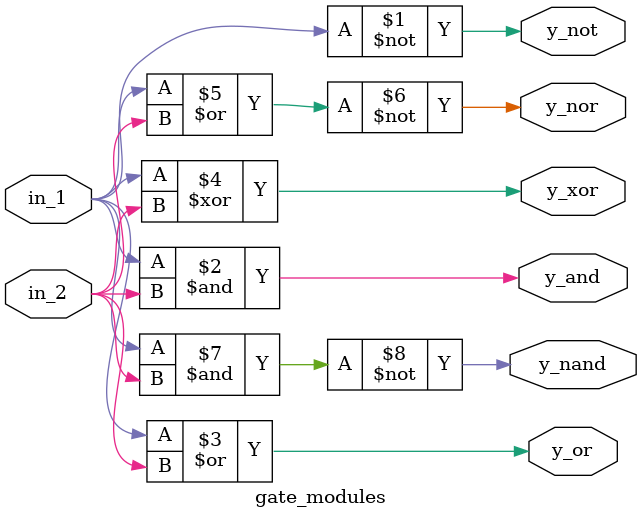
<source format=v>


// Tool Versions: Vivado 2023.2
// Project Name: Logic_Gate
// Target Devices: Arty A7-35

// Module Name: gate_modules

// Description: 
// 
// Dependencies: 
// 
// Additional Comments:
// 
//////////////////////////////////////////////////////////////////////////////////

module gate_modules(
    input in_1,
    input in_2,
    output y_not,
    output y_and,
    output y_or,
    output y_xor,
    output y_nor,
    output y_nand
    );

assign y_not = ~ in_1;
assign y_and = in_1 & in_2;
assign y_or = in_1 | in_2;
assign y_xor = in_1 ^ in_2;
assign y_nor = ~(in_1 | in_2);
assign y_nand = ~(in_1 & in_2);

endmodule
</source>
